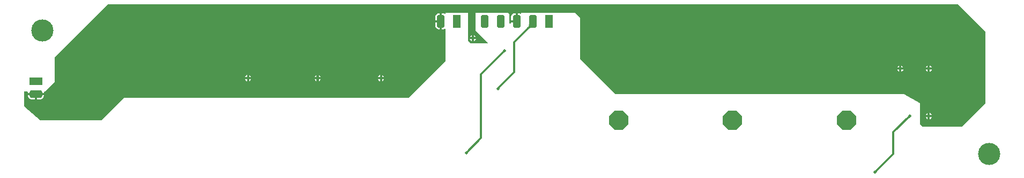
<source format=gbl>
G04*
G04 #@! TF.GenerationSoftware,Altium Limited,Altium Designer,20.0.9 (164)*
G04*
G04 Layer_Physical_Order=2*
G04 Layer_Color=16711680*
%FSLAX25Y25*%
%MOIN*%
G70*
G01*
G75*
%ADD14C,0.01968*%
%ADD65C,0.01181*%
%ADD66C,0.01378*%
%ADD68R,0.07874X0.04724*%
G04:AMPARAMS|DCode=69|XSize=47.24mil|YSize=78.74mil|CornerRadius=11.81mil|HoleSize=0mil|Usage=FLASHONLY|Rotation=90.000|XOffset=0mil|YOffset=0mil|HoleType=Round|Shape=RoundedRectangle|*
%AMROUNDEDRECTD69*
21,1,0.04724,0.05512,0,0,90.0*
21,1,0.02362,0.07874,0,0,90.0*
1,1,0.02362,0.02756,0.01181*
1,1,0.02362,0.02756,-0.01181*
1,1,0.02362,-0.02756,-0.01181*
1,1,0.02362,-0.02756,0.01181*
%
%ADD69ROUNDEDRECTD69*%
%ADD70R,0.04921X0.07874*%
G04:AMPARAMS|DCode=71|XSize=49.21mil|YSize=78.74mil|CornerRadius=12.3mil|HoleSize=0mil|Usage=FLASHONLY|Rotation=0.000|XOffset=0mil|YOffset=0mil|HoleType=Round|Shape=RoundedRectangle|*
%AMROUNDEDRECTD71*
21,1,0.04921,0.05413,0,0,0.0*
21,1,0.02461,0.07874,0,0,0.0*
1,1,0.02461,0.01230,-0.02707*
1,1,0.02461,-0.01230,-0.02707*
1,1,0.02461,-0.01230,0.02707*
1,1,0.02461,0.01230,0.02707*
%
%ADD71ROUNDEDRECTD71*%
%ADD72C,0.13780*%
%ADD73P,0.12784X8X22.5*%
G36*
X612000Y102000D02*
X612000Y57000D01*
X597500Y42500D01*
X573000D01*
X571500Y44000D01*
Y57294D01*
X561472Y63000D01*
X382000Y63000D01*
X360000Y85000D01*
Y110500D01*
X357000Y113500D01*
X323500D01*
Y113110D01*
X323000Y112843D01*
X322652Y113075D01*
X321781Y113248D01*
X321240D01*
Y108268D01*
X320551D01*
Y107579D01*
X317047D01*
Y106791D01*
X316000D01*
X316000Y113000D01*
X315500Y113500D01*
X295000Y113500D01*
X295000Y102551D01*
X302589Y94962D01*
X302398Y94500D01*
X292000Y94500D01*
X290500Y96000D01*
X290500Y113500D01*
X276500D01*
Y113052D01*
X276000Y112785D01*
X275565Y113075D01*
X274695Y113248D01*
X274153D01*
Y108268D01*
Y103287D01*
X274695D01*
X275565Y103460D01*
X276000Y103751D01*
X276500Y103483D01*
X276500Y83500D01*
X253500Y60500D01*
X76500D01*
X62500Y46500D01*
X24315Y46500D01*
X14500Y55141D01*
X14500Y64500D01*
X16309D01*
X16674Y64000D01*
Y63681D01*
X21654D01*
X26633D01*
Y64173D01*
X26902Y64500D01*
X27500D01*
X33500Y70500D01*
Y86000D01*
X66500Y119000D01*
X82000Y119000D01*
X595000Y119000D01*
X612000Y102000D01*
D02*
G37*
G36*
X330041Y104344D02*
X329935Y104421D01*
X329810Y104460D01*
X329666Y104460D01*
X329503Y104422D01*
X329320Y104346D01*
X329119Y104231D01*
X328898Y104077D01*
X328659Y103886D01*
X328122Y103387D01*
X327147Y104362D01*
X327416Y104640D01*
X327837Y105139D01*
X327991Y105359D01*
X328105Y105561D01*
X328182Y105743D01*
X328220Y105906D01*
X328220Y106050D01*
X328181Y106175D01*
X328104Y106281D01*
X330041Y104344D01*
D02*
G37*
G36*
X312982Y88780D02*
X312952Y88776D01*
X312916Y88764D01*
X312875Y88744D01*
X312829Y88715D01*
X312777Y88678D01*
X312656Y88580D01*
X312514Y88450D01*
X312435Y88372D01*
X311600Y89207D01*
X311678Y89286D01*
X311907Y89548D01*
X311943Y89600D01*
X311972Y89647D01*
X311992Y89688D01*
X312004Y89724D01*
X312008Y89754D01*
X312982Y88780D01*
D02*
G37*
G36*
X564982Y48228D02*
X564565Y47811D01*
X563590Y48785D01*
X564008Y49203D01*
X564982Y48228D01*
D02*
G37*
G36*
X290762Y26817D02*
X290684Y26737D01*
X290456Y26475D01*
X290419Y26423D01*
X290390Y26377D01*
X290370Y26336D01*
X290358Y26300D01*
X290354Y26270D01*
X289380Y27244D01*
X289410Y27248D01*
X289446Y27260D01*
X289487Y27280D01*
X289534Y27309D01*
X289586Y27345D01*
X289706Y27443D01*
X289848Y27574D01*
X289927Y27652D01*
X290762Y26817D01*
D02*
G37*
G36*
X544751Y14578D02*
X544334Y14160D01*
X543359Y15135D01*
X543777Y15552D01*
X544751Y14578D01*
D02*
G37*
%LPC*%
G36*
X319862Y113248D02*
X319321D01*
X318451Y113075D01*
X317713Y112582D01*
X317220Y111845D01*
X317047Y110974D01*
Y108957D01*
X319862D01*
Y113248D01*
D02*
G37*
G36*
X272776D02*
X272234D01*
X271364Y113075D01*
X270626Y112582D01*
X270133Y111845D01*
X269960Y110974D01*
Y108957D01*
X272776D01*
Y113248D01*
D02*
G37*
G36*
Y107579D02*
X269960D01*
Y105561D01*
X270133Y104691D01*
X270626Y103953D01*
X271364Y103460D01*
X272234Y103287D01*
X272776D01*
Y107579D01*
D02*
G37*
G36*
X293996Y99721D02*
Y98524D01*
X295193D01*
X295176Y98609D01*
X294738Y99265D01*
X294081Y99704D01*
X293996Y99721D01*
D02*
G37*
G36*
X292618D02*
X292533Y99704D01*
X291877Y99265D01*
X291438Y98609D01*
X291421Y98524D01*
X292618D01*
Y99721D01*
D02*
G37*
G36*
X295193Y97146D02*
X293996D01*
Y95949D01*
X294081Y95965D01*
X294738Y96404D01*
X295176Y97060D01*
X295193Y97146D01*
D02*
G37*
G36*
X292618D02*
X291421D01*
X291438Y97060D01*
X291877Y96404D01*
X292533Y95965D01*
X292618Y95949D01*
Y97146D01*
D02*
G37*
G36*
X577461Y80626D02*
Y79429D01*
X578658D01*
X578641Y79514D01*
X578202Y80171D01*
X577546Y80609D01*
X577461Y80626D01*
D02*
G37*
G36*
X576083D02*
X575997Y80609D01*
X575341Y80171D01*
X574902Y79514D01*
X574886Y79429D01*
X576083D01*
Y80626D01*
D02*
G37*
G36*
X559744D02*
Y79429D01*
X560941D01*
X560924Y79514D01*
X560486Y80171D01*
X559829Y80609D01*
X559744Y80626D01*
D02*
G37*
G36*
X558366D02*
X558281Y80609D01*
X557625Y80171D01*
X557186Y79514D01*
X557169Y79429D01*
X558366D01*
Y80626D01*
D02*
G37*
G36*
X578658Y78051D02*
X577461D01*
Y76854D01*
X577546Y76871D01*
X578202Y77310D01*
X578641Y77966D01*
X578658Y78051D01*
D02*
G37*
G36*
X576083D02*
X574886D01*
X574902Y77966D01*
X575341Y77310D01*
X575997Y76871D01*
X576083Y76854D01*
Y78051D01*
D02*
G37*
G36*
X560941D02*
X559744D01*
Y76854D01*
X559829Y76871D01*
X560486Y77310D01*
X560924Y77966D01*
X560941Y78051D01*
D02*
G37*
G36*
X558366D02*
X557169D01*
X557186Y77966D01*
X557625Y77310D01*
X558281Y76871D01*
X558366Y76854D01*
Y78051D01*
D02*
G37*
G36*
X236909Y74721D02*
Y73524D01*
X238107D01*
X238090Y73609D01*
X237651Y74265D01*
X236995Y74704D01*
X236909Y74721D01*
D02*
G37*
G36*
X235531D02*
X235446Y74704D01*
X234790Y74265D01*
X234351Y73609D01*
X234334Y73524D01*
X235531D01*
Y74721D01*
D02*
G37*
G36*
X197539D02*
Y73524D01*
X198737D01*
X198720Y73609D01*
X198281Y74265D01*
X197625Y74704D01*
X197539Y74721D01*
D02*
G37*
G36*
X196161D02*
X196076Y74704D01*
X195420Y74265D01*
X194981Y73609D01*
X194964Y73524D01*
X196161D01*
Y74721D01*
D02*
G37*
G36*
X154232D02*
Y73524D01*
X155429D01*
X155412Y73609D01*
X154974Y74265D01*
X154317Y74704D01*
X154232Y74721D01*
D02*
G37*
G36*
X152854D02*
X152769Y74704D01*
X152113Y74265D01*
X151674Y73609D01*
X151657Y73524D01*
X152854D01*
Y74721D01*
D02*
G37*
G36*
X238107Y72146D02*
X236909D01*
Y70949D01*
X236995Y70965D01*
X237651Y71404D01*
X238090Y72060D01*
X238107Y72146D01*
D02*
G37*
G36*
X235531D02*
X234334D01*
X234351Y72060D01*
X234790Y71404D01*
X235446Y70965D01*
X235531Y70949D01*
Y72146D01*
D02*
G37*
G36*
X198737D02*
X197539D01*
Y70949D01*
X197625Y70965D01*
X198281Y71404D01*
X198720Y72060D01*
X198737Y72146D01*
D02*
G37*
G36*
X196161D02*
X194964D01*
X194981Y72060D01*
X195420Y71404D01*
X196076Y70965D01*
X196161Y70949D01*
Y72146D01*
D02*
G37*
G36*
X155429D02*
X154232D01*
Y70949D01*
X154317Y70965D01*
X154974Y71404D01*
X155412Y72060D01*
X155429Y72146D01*
D02*
G37*
G36*
X152854D02*
X151657D01*
X151674Y72060D01*
X152113Y71404D01*
X152769Y70965D01*
X152854Y70949D01*
Y72146D01*
D02*
G37*
G36*
X26633Y62303D02*
X22343D01*
Y59587D01*
X24409D01*
X25260Y59756D01*
X25982Y60238D01*
X26464Y60960D01*
X26633Y61811D01*
Y62303D01*
D02*
G37*
G36*
X20965D02*
X16674D01*
Y61811D01*
X16843Y60960D01*
X17325Y60238D01*
X18047Y59756D01*
X18898Y59587D01*
X20965D01*
Y62303D01*
D02*
G37*
G36*
X577461Y51099D02*
Y49902D01*
X578658D01*
X578641Y49987D01*
X578202Y50643D01*
X577546Y51082D01*
X577461Y51099D01*
D02*
G37*
G36*
X576083D02*
X575997Y51082D01*
X575341Y50643D01*
X574902Y49987D01*
X574886Y49902D01*
X576083D01*
Y51099D01*
D02*
G37*
G36*
X578658Y48524D02*
X577461D01*
Y47326D01*
X577546Y47344D01*
X578202Y47782D01*
X578641Y48438D01*
X578658Y48524D01*
D02*
G37*
G36*
X576083D02*
X574886D01*
X574902Y48438D01*
X575341Y47782D01*
X575997Y47344D01*
X576083Y47326D01*
Y48524D01*
D02*
G37*
%LPD*%
D14*
X293307Y97835D02*
D03*
X312992Y89764D02*
D03*
X543350Y14150D02*
D03*
X289370Y26260D02*
D03*
X564992Y49213D02*
D03*
X576772Y78740D02*
D03*
X559055D02*
D03*
X576772Y49213D02*
D03*
X236221Y72835D02*
D03*
X309055Y66142D02*
D03*
X153543Y72835D02*
D03*
X196850D02*
D03*
D65*
X298500Y75272D02*
X312992Y89764D01*
X298500Y35390D02*
Y75272D01*
X289370Y26260D02*
X298500Y35390D01*
D66*
X554801Y39021D02*
X564992Y49213D01*
X554801Y25601D02*
Y39021D01*
X543350Y14150D02*
X554801Y25601D01*
X319000Y95240D02*
X330551Y106791D01*
X319000Y76500D02*
Y95240D01*
X309000Y66500D02*
X319000Y76500D01*
X330551Y106791D02*
Y108268D01*
D68*
X21654Y70866D02*
D03*
D69*
Y62992D02*
D03*
D70*
X340551Y108268D02*
D03*
X283465D02*
D03*
D71*
X320551D02*
D03*
X300551D02*
D03*
X310551D02*
D03*
X330551D02*
D03*
X273465D02*
D03*
D72*
X614173Y25591D02*
D03*
X25591Y102362D02*
D03*
D73*
X383859Y46457D02*
D03*
X454725D02*
D03*
X525591D02*
D03*
M02*

</source>
